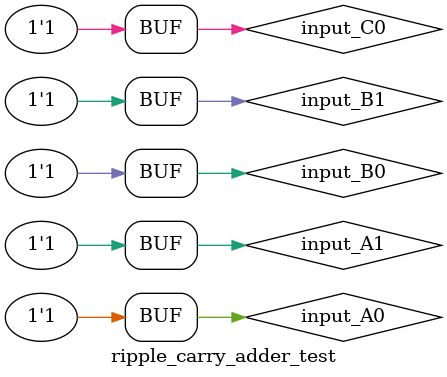
<source format=v>
`timescale 1ns / 1ps


module ripple_carry_adder_test;

	// Inputs
	reg input_A1;
	reg input_B1;
	reg input_A0;
	reg input_B0;
	reg input_C0;

	// Outputs
	wire output_S0;
	wire output_S1;
	wire output_C2;

	// Instantiate the Unit Under Test (UUT)
	ripple_carry_adder uut (
		.input_A1(input_A1), 
		.input_B1(input_B1), 
		.input_A0(input_A0), 
		.input_B0(input_B0), 
		.input_C0(input_C0), 
		.output_S0(output_S0), 
		.output_S1(output_S1), 
		.output_C2(output_C2)
	);

	initial begin
		// Initialize Inputs
		input_A1 = 0;input_B1 = 0;input_A0 = 0;input_B0 = 0;input_C0 = 0;#100;
		
		input_A1 = 0;input_B1 = 0;input_A0 = 0;input_B0 = 0;input_C0 = 1;#100;
		input_A1 = 0;input_B1 = 0;input_A0 = 0;input_B0 = 1;input_C0 = 0;#100;
		input_A1 = 0;input_B1 = 0;input_A0 = 1;input_B0 = 0;input_C0 = 0;#100;
		
		input_A1 = 0;input_B1 = 0;input_A0 = 0;input_B0 = 1;input_C0 = 1;#100;
		input_A1 = 0;input_B1 = 0;input_A0 = 1;input_B0 = 0;input_C0 = 1;#100;
		input_A1 = 0;input_B1 = 0;input_A0 = 1;input_B0 = 1;input_C0 = 0;#100;
		input_A1 = 0;input_B1 = 1;input_A0 = 0;input_B0 = 0;input_C0 = 0;#100;
		input_A1 = 1;input_B1 = 0;input_A0 = 0;input_B0 = 0;input_C0 = 0;#100;
		
		input_A1 = 0;input_B1 = 0;input_A0 = 1;input_B0 = 1;input_C0 = 1;#100;
		input_A1 = 0;input_B1 = 1;input_A0 = 0;input_B0 = 0;input_C0 = 1;#100;
		input_A1 = 0;input_B1 = 1;input_A0 = 0;input_B0 = 1;input_C0 = 0;#100;
		input_A1 = 0;input_B1 = 1;input_A0 = 1;input_B0 = 0;input_C0 = 0;#100;
		input_A1 = 1;input_B1 = 0;input_A0 = 0;input_B0 = 0;input_C0 = 1;#100;
		input_A1 = 1;input_B1 = 0;input_A0 = 0;input_B0 = 1;input_C0 = 0;#100;
		input_A1 = 1;input_B1 = 0;input_A0 = 1;input_B0 = 0;input_C0 = 0;#100;
		
		input_A1 = 1;input_B1 = 1;input_A0 = 0;input_B0 = 0;input_C0 = 0;#100;
		input_A1 = 0;input_B1 = 1;input_A0 = 1;input_B0 = 1;input_C0 = 0;#100;
		input_A1 = 0;input_B1 = 1;input_A0 = 1;input_B0 = 0;input_C0 = 1;#100;
		input_A1 = 0;input_B1 = 1;input_A0 = 0;input_B0 = 1;input_C0 = 1;#100;
		input_A1 = 1;input_B1 = 0;input_A0 = 1;input_B0 = 1;input_C0 = 0;#100;
		input_A1 = 1;input_B1 = 0;input_A0 = 1;input_B0 = 0;input_C0 = 1;#100;
		input_A1 = 1;input_B1 = 0;input_A0 = 0;input_B0 = 1;input_C0 = 1;#100;
		
		input_A1 = 1;input_B1 = 1;input_A0 = 0;input_B0 = 0;input_C0 = 1;#100;
		input_A1 = 1;input_B1 = 1;input_A0 = 0;input_B0 = 1;input_C0 = 0;#100;
		input_A1 = 1;input_B1 = 1;input_A0 = 1;input_B0 = 0;input_C0 = 0;#100;
		input_A1 = 1;input_B1 = 0;input_A0 = 1;input_B0 = 1;input_C0 = 1;#100;
		input_A1 = 0;input_B1 = 1;input_A0 = 1;input_B0 = 1;input_C0 = 1;#100;
		
		input_A1 = 1;input_B1 = 1;input_A0 = 0;input_B0 = 1;input_C0 = 1;#100;
		input_A1 = 1;input_B1 = 1;input_A0 = 1;input_B0 = 0;input_C0 = 1;#100;
		input_A1 = 1;input_B1 = 1;input_A0 = 1;input_B0 = 1;input_C0 = 0;#100;
		
		input_A1 = 1;input_B1 = 1;input_A0 = 1;input_B0 = 1;input_C0 = 1;#100;

	end
      
endmodule


</source>
